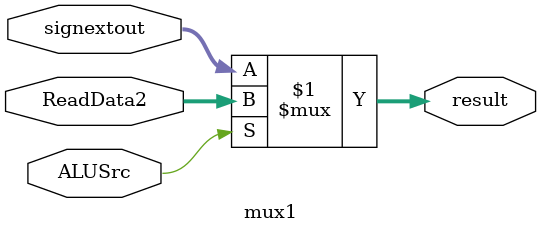
<source format=v>
`timescale 1ns / 1ps


module mux1(
    input ALUSrc,
    input [31:0] ReadData2,
    input [31:0] signextout,
    output [31:0] result
    );
    
    assign result = ALUSrc? ReadData2:signextout;
endmodule

</source>
